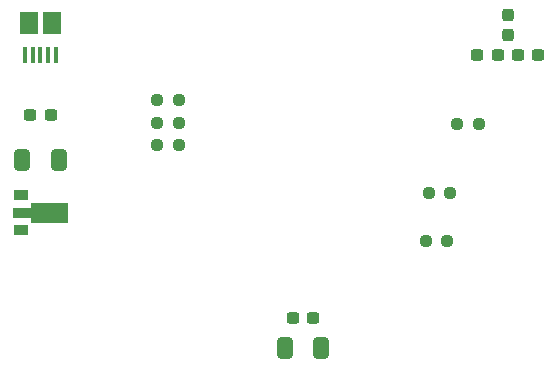
<source format=gtp>
%TF.GenerationSoftware,KiCad,Pcbnew,7.0.2-6a45011f42~172~ubuntu20.04.1*%
%TF.CreationDate,2023-05-20T00:08:37+02:00*%
%TF.ProjectId,pongCard,706f6e67-4361-4726-942e-6b696361645f,rev?*%
%TF.SameCoordinates,Original*%
%TF.FileFunction,Paste,Top*%
%TF.FilePolarity,Positive*%
%FSLAX46Y46*%
G04 Gerber Fmt 4.6, Leading zero omitted, Abs format (unit mm)*
G04 Created by KiCad (PCBNEW 7.0.2-6a45011f42~172~ubuntu20.04.1) date 2023-05-20 00:08:37*
%MOMM*%
%LPD*%
G01*
G04 APERTURE LIST*
G04 Aperture macros list*
%AMRoundRect*
0 Rectangle with rounded corners*
0 $1 Rounding radius*
0 $2 $3 $4 $5 $6 $7 $8 $9 X,Y pos of 4 corners*
0 Add a 4 corners polygon primitive as box body*
4,1,4,$2,$3,$4,$5,$6,$7,$8,$9,$2,$3,0*
0 Add four circle primitives for the rounded corners*
1,1,$1+$1,$2,$3*
1,1,$1+$1,$4,$5*
1,1,$1+$1,$6,$7*
1,1,$1+$1,$8,$9*
0 Add four rect primitives between the rounded corners*
20,1,$1+$1,$2,$3,$4,$5,0*
20,1,$1+$1,$4,$5,$6,$7,0*
20,1,$1+$1,$6,$7,$8,$9,0*
20,1,$1+$1,$8,$9,$2,$3,0*%
%AMFreePoly0*
4,1,9,3.862500,-0.866500,0.737500,-0.866500,0.737500,-0.450000,-0.737500,-0.450000,-0.737500,0.450000,0.737500,0.450000,0.737500,0.866500,3.862500,0.866500,3.862500,-0.866500,3.862500,-0.866500,$1*%
G04 Aperture macros list end*
%ADD10RoundRect,0.249999X-0.412501X-0.650001X0.412501X-0.650001X0.412501X0.650001X-0.412501X0.650001X0*%
%ADD11RoundRect,0.237500X-0.300000X-0.237500X0.300000X-0.237500X0.300000X0.237500X-0.300000X0.237500X0*%
%ADD12RoundRect,0.249999X0.412501X0.650001X-0.412501X0.650001X-0.412501X-0.650001X0.412501X-0.650001X0*%
%ADD13RoundRect,0.237500X0.300000X0.237500X-0.300000X0.237500X-0.300000X-0.237500X0.300000X-0.237500X0*%
%ADD14R,0.400000X1.350000*%
%ADD15R,1.500000X1.900000*%
%ADD16RoundRect,0.237500X-0.250000X-0.237500X0.250000X-0.237500X0.250000X0.237500X-0.250000X0.237500X0*%
%ADD17R,1.300000X0.900000*%
%ADD18FreePoly0,0.000000*%
%ADD19RoundRect,0.237500X0.250000X0.237500X-0.250000X0.237500X-0.250000X-0.237500X0.250000X-0.237500X0*%
%ADD20RoundRect,0.237500X0.237500X-0.300000X0.237500X0.300000X-0.237500X0.300000X-0.237500X-0.300000X0*%
G04 APERTURE END LIST*
D10*
X101307500Y-90345000D03*
X104432500Y-90345000D03*
D11*
X102007500Y-87805000D03*
X103732500Y-87805000D03*
D12*
X82207500Y-74470000D03*
X79082500Y-74470000D03*
D13*
X81507500Y-70660000D03*
X79782500Y-70660000D03*
D14*
X81945000Y-65597500D03*
X81295000Y-65597500D03*
X80645000Y-65597500D03*
X79995000Y-65597500D03*
X79345000Y-65597500D03*
D15*
X81645000Y-62897500D03*
X79645000Y-62897500D03*
D16*
X90527500Y-69390000D03*
X92352500Y-69390000D03*
X90527500Y-71295000D03*
X92352500Y-71295000D03*
D17*
X78995000Y-77415000D03*
D18*
X79082500Y-78915000D03*
D17*
X78995000Y-80415000D03*
D19*
X115339500Y-77264000D03*
X113514500Y-77264000D03*
D20*
X120269000Y-63902500D03*
X120269000Y-62177500D03*
D19*
X92376000Y-73200000D03*
X90551000Y-73200000D03*
D11*
X121084000Y-65580000D03*
X122809000Y-65580000D03*
D16*
X115951000Y-71422000D03*
X117776000Y-71422000D03*
D19*
X115085500Y-81328000D03*
X113260500Y-81328000D03*
D11*
X117628500Y-65580000D03*
X119353500Y-65580000D03*
M02*

</source>
